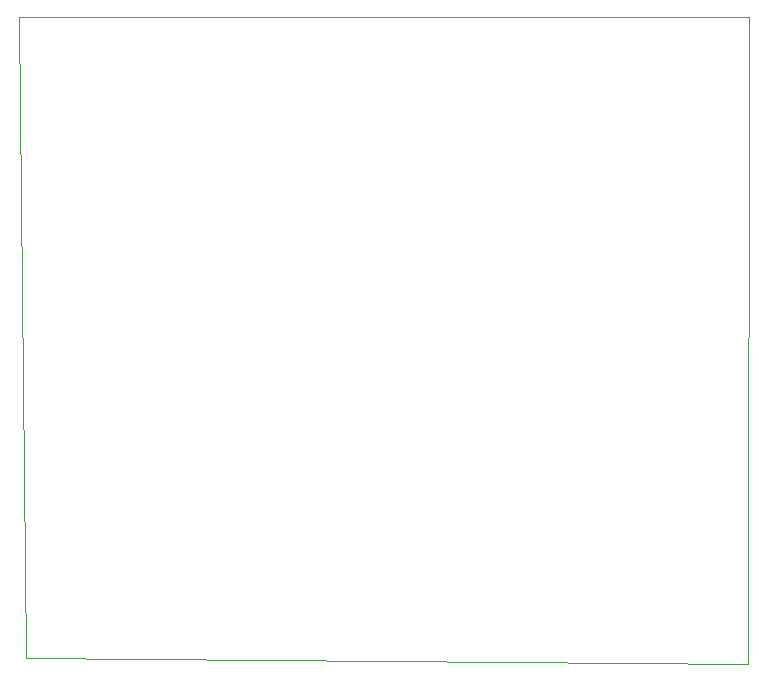
<source format=gbr>
%TF.GenerationSoftware,KiCad,Pcbnew,(5.1.9-0-10_14)*%
%TF.CreationDate,2021-12-03T15:28:29-08:00*%
%TF.ProjectId,stepper-controller,73746570-7065-4722-9d63-6f6e74726f6c,rev?*%
%TF.SameCoordinates,Original*%
%TF.FileFunction,Profile,NP*%
%FSLAX46Y46*%
G04 Gerber Fmt 4.6, Leading zero omitted, Abs format (unit mm)*
G04 Created by KiCad (PCBNEW (5.1.9-0-10_14)) date 2021-12-03 15:28:29*
%MOMM*%
%LPD*%
G01*
G04 APERTURE LIST*
%TA.AperFunction,Profile*%
%ADD10C,0.100000*%
%TD*%
G04 APERTURE END LIST*
D10*
X140800000Y-13950000D02*
X140700000Y-68750000D01*
X79000000Y-13950000D02*
X140800000Y-13950000D01*
X79600000Y-68250000D02*
X79000000Y-13950000D01*
X140700000Y-68750000D02*
X79600000Y-68250000D01*
M02*

</source>
